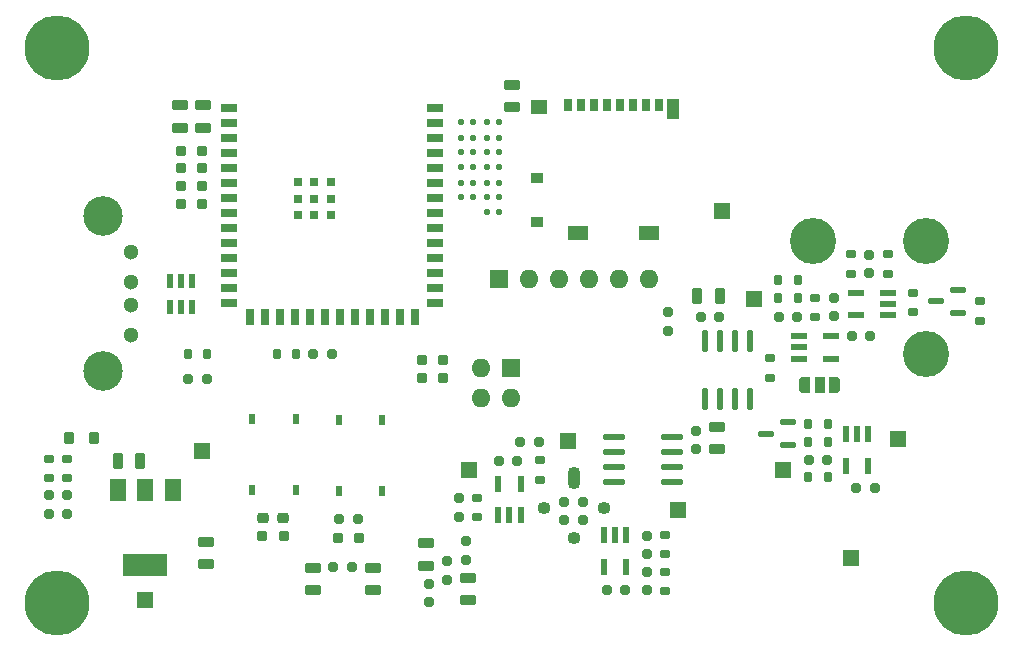
<source format=gbr>
%TF.GenerationSoftware,KiCad,Pcbnew,(6.0.9)*%
%TF.CreationDate,2023-03-08T12:20:49+02:00*%
%TF.ProjectId,GMWPY,474d5750-592e-46b6-9963-61645f706362,rev?*%
%TF.SameCoordinates,Original*%
%TF.FileFunction,Soldermask,Top*%
%TF.FilePolarity,Negative*%
%FSLAX46Y46*%
G04 Gerber Fmt 4.6, Leading zero omitted, Abs format (unit mm)*
G04 Created by KiCad (PCBNEW (6.0.9)) date 2023-03-08 12:20:49*
%MOMM*%
%LPD*%
G01*
G04 APERTURE LIST*
G04 Aperture macros list*
%AMRoundRect*
0 Rectangle with rounded corners*
0 $1 Rounding radius*
0 $2 $3 $4 $5 $6 $7 $8 $9 X,Y pos of 4 corners*
0 Add a 4 corners polygon primitive as box body*
4,1,4,$2,$3,$4,$5,$6,$7,$8,$9,$2,$3,0*
0 Add four circle primitives for the rounded corners*
1,1,$1+$1,$2,$3*
1,1,$1+$1,$4,$5*
1,1,$1+$1,$6,$7*
1,1,$1+$1,$8,$9*
0 Add four rect primitives between the rounded corners*
20,1,$1+$1,$2,$3,$4,$5,0*
20,1,$1+$1,$4,$5,$6,$7,0*
20,1,$1+$1,$6,$7,$8,$9,0*
20,1,$1+$1,$8,$9,$2,$3,0*%
%AMFreePoly0*
4,1,22,0.500000,-0.700000,0.012584,-0.700000,0.000916,-0.695041,-0.071867,-0.693707,-0.193510,-0.655704,-0.299600,-0.585084,-0.381604,-0.487528,-0.432932,-0.370876,-0.449586,-0.243517,-0.450000,-0.242798,-0.450000,0.247982,-0.449164,0.250000,-0.449502,0.255197,-0.429848,0.381420,-0.375688,0.496779,-0.291323,0.592304,-0.183541,0.660310,-0.061003,0.695331,-0.000306,0.694960,0.012075,0.700000,
0.500000,0.700000,0.500000,-0.700000,0.500000,-0.700000,$1*%
%AMFreePoly1*
4,1,20,-0.000305,0.694960,0.066438,0.694553,0.188542,0.658036,0.295483,0.588720,0.378674,0.492172,0.431423,0.376157,0.450000,0.246438,0.450000,-0.249718,0.449902,-0.257736,0.428212,-0.386659,0.372645,-0.501350,0.287118,-0.595839,0.178514,-0.662521,0.055560,-0.696043,0.000916,-0.695041,-0.011705,-0.700000,-0.500000,-0.700000,-0.500000,0.700000,-0.012368,0.700000,-0.000305,0.694960,
-0.000305,0.694960,$1*%
G04 Aperture macros list end*
%ADD10RoundRect,0.150000X0.200000X0.275000X-0.200000X0.275000X-0.200000X-0.275000X0.200000X-0.275000X0*%
%ADD11RoundRect,0.168750X0.218750X0.256250X-0.218750X0.256250X-0.218750X-0.256250X0.218750X-0.256250X0*%
%ADD12RoundRect,0.187500X0.250000X0.237500X-0.250000X0.237500X-0.250000X-0.237500X0.250000X-0.237500X0*%
%ADD13RoundRect,0.175000X-0.225000X-0.250000X0.225000X-0.250000X0.225000X0.250000X-0.225000X0.250000X0*%
%ADD14RoundRect,0.085000X0.135000X0.185000X-0.135000X0.185000X-0.135000X-0.185000X0.135000X-0.185000X0*%
%ADD15RoundRect,0.150000X0.275000X-0.200000X0.275000X0.200000X-0.275000X0.200000X-0.275000X-0.200000X0*%
%ADD16RoundRect,0.200000X-0.475000X0.250000X-0.475000X-0.250000X0.475000X-0.250000X0.475000X0.250000X0*%
%ADD17RoundRect,0.175000X-0.250000X0.225000X-0.250000X-0.225000X0.250000X-0.225000X0.250000X0.225000X0*%
%ADD18R,0.550000X1.460000*%
%ADD19RoundRect,0.168750X0.256250X-0.218750X0.256250X0.218750X-0.256250X0.218750X-0.256250X-0.218750X0*%
%ADD20R,1.460000X0.550000*%
%ADD21R,1.400000X1.900000*%
%ADD22R,3.700000X1.900000*%
%ADD23RoundRect,0.150000X-0.275000X0.200000X-0.275000X-0.200000X0.275000X-0.200000X0.275000X0.200000X0*%
%ADD24RoundRect,0.187500X-0.250000X-0.237500X0.250000X-0.237500X0.250000X0.237500X-0.250000X0.237500X0*%
%ADD25R,1.400000X1.400000*%
%ADD26RoundRect,0.100000X0.150000X-0.512500X0.150000X0.512500X-0.150000X0.512500X-0.150000X-0.512500X0*%
%ADD27RoundRect,0.085000X-0.135000X-0.185000X0.135000X-0.185000X0.135000X0.185000X-0.135000X0.185000X0*%
%ADD28RoundRect,0.150000X-0.200000X-0.275000X0.200000X-0.275000X0.200000X0.275000X-0.200000X0.275000X0*%
%ADD29RoundRect,0.200000X0.475000X-0.250000X0.475000X0.250000X-0.475000X0.250000X-0.475000X-0.250000X0*%
%ADD30RoundRect,0.175000X0.250000X-0.225000X0.250000X0.225000X-0.250000X0.225000X-0.250000X-0.225000X0*%
%ADD31RoundRect,0.175000X0.225000X0.250000X-0.225000X0.250000X-0.225000X-0.250000X0.225000X-0.250000X0*%
%ADD32R,1.600000X1.600000*%
%ADD33O,1.600000X1.600000*%
%ADD34C,3.500000*%
%ADD35C,5.500000*%
%ADD36C,1.300000*%
%ADD37C,3.350000*%
%ADD38R,1.400000X0.800000*%
%ADD39R,0.800000X1.400000*%
%ADD40R,0.800000X0.800000*%
%ADD41RoundRect,0.100000X0.587500X0.150000X-0.587500X0.150000X-0.587500X-0.150000X0.587500X-0.150000X0*%
%ADD42R,0.750000X1.000000*%
%ADD43R,0.650000X1.000000*%
%ADD44R,1.100000X0.900000*%
%ADD45R,1.800000X1.250000*%
%ADD46R,1.070000X1.700000*%
%ADD47R,1.450000X1.250000*%
%ADD48RoundRect,0.100000X-0.150000X0.825000X-0.150000X-0.825000X0.150000X-0.825000X0.150000X0.825000X0*%
%ADD49FreePoly0,180.000000*%
%ADD50R,0.900000X1.400000*%
%ADD51FreePoly1,180.000000*%
%ADD52RoundRect,0.200000X0.250000X0.475000X-0.250000X0.475000X-0.250000X-0.475000X0.250000X-0.475000X0*%
%ADD53RoundRect,0.200000X-0.250000X-0.475000X0.250000X-0.475000X0.250000X0.475000X-0.250000X0.475000X0*%
%ADD54RoundRect,0.168750X0.218750X0.381250X-0.218750X0.381250X-0.218750X-0.381250X0.218750X-0.381250X0*%
%ADD55RoundRect,0.100000X0.825000X0.150000X-0.825000X0.150000X-0.825000X-0.150000X0.825000X-0.150000X0*%
%ADD56RoundRect,0.187500X-0.300000X-0.237500X0.300000X-0.237500X0.300000X0.237500X-0.300000X0.237500X0*%
%ADD57R,0.600000X0.900000*%
%ADD58C,3.900000*%
%ADD59O,1.100000X1.900000*%
%ADD60O,1.100000X1.100000*%
G04 APERTURE END LIST*
D10*
%TO.C,R38*%
X66725000Y-79950000D03*
X65075000Y-79950000D03*
%TD*%
D11*
%TO.C,D4*%
X66687500Y-82000000D03*
X65112500Y-82000000D03*
%TD*%
D12*
%TO.C,R37*%
X86712500Y-80410000D03*
X84887500Y-80410000D03*
%TD*%
%TO.C,R36*%
X86712500Y-81950000D03*
X84887500Y-81950000D03*
%TD*%
D13*
%TO.C,C29*%
X77925000Y-93900000D03*
X79475000Y-93900000D03*
%TD*%
D14*
%TO.C,R28*%
X89220000Y-66600000D03*
X88200000Y-66600000D03*
%TD*%
D15*
%TO.C,R8*%
X118185000Y-76790000D03*
X118185000Y-75140000D03*
%TD*%
D16*
%TO.C,C7*%
X80750000Y-98000000D03*
X80750000Y-99900000D03*
%TD*%
D12*
%TO.C,R15*%
X79612500Y-95500000D03*
X77787500Y-95500000D03*
%TD*%
D17*
%TO.C,C13*%
X108110000Y-86435000D03*
X108110000Y-87985000D03*
%TD*%
D18*
%TO.C,U12*%
X122710000Y-86715000D03*
X121760000Y-86715000D03*
X120810000Y-86715000D03*
X120810000Y-89415000D03*
X122710000Y-89415000D03*
%TD*%
D19*
%TO.C,D1*%
X54850000Y-93437500D03*
X54850000Y-91862500D03*
%TD*%
D20*
%TO.C,U10*%
X116835000Y-78415000D03*
X116835000Y-79365000D03*
X116835000Y-80315000D03*
X119535000Y-80315000D03*
X119535000Y-78415000D03*
%TD*%
D21*
%TO.C,U1*%
X63800000Y-91450000D03*
D22*
X61500000Y-97750000D03*
D21*
X61500000Y-91450000D03*
X59200000Y-91450000D03*
%TD*%
D23*
%TO.C,R10*%
X126485000Y-74740000D03*
X126485000Y-76390000D03*
%TD*%
D24*
%TO.C,R16*%
X64487500Y-67190000D03*
X66312500Y-67190000D03*
%TD*%
D25*
%TO.C,TP6*%
X115460000Y-89765000D03*
%TD*%
D24*
%TO.C,R18*%
X64487500Y-62700000D03*
X66312500Y-62700000D03*
%TD*%
D20*
%TO.C,U11*%
X124335000Y-76615000D03*
X124335000Y-75665000D03*
X124335000Y-74715000D03*
X121635000Y-74715000D03*
X121635000Y-76615000D03*
%TD*%
D26*
%TO.C,U2*%
X63550000Y-75975000D03*
X64500000Y-75975000D03*
X65450000Y-75975000D03*
X65450000Y-73700000D03*
X64500000Y-73700000D03*
X63550000Y-73700000D03*
%TD*%
D10*
%TO.C,R12*%
X119285000Y-87365000D03*
X117635000Y-87365000D03*
%TD*%
D25*
%TO.C,TP7*%
X125200000Y-87150000D03*
%TD*%
D19*
%TO.C,L1*%
X87050000Y-99012500D03*
X87050000Y-97437500D03*
%TD*%
D11*
%TO.C,D3*%
X77287500Y-79950000D03*
X75712500Y-79950000D03*
%TD*%
D27*
%TO.C,R23*%
X90390000Y-61600000D03*
X91410000Y-61600000D03*
%TD*%
D16*
%TO.C,C33*%
X92500000Y-57100000D03*
X92500000Y-59000000D03*
%TD*%
D27*
%TO.C,R22*%
X90390000Y-60300000D03*
X91410000Y-60300000D03*
%TD*%
D23*
%TO.C,R33*%
X54870000Y-88775000D03*
X54870000Y-90425000D03*
%TD*%
D25*
%TO.C,TP4*%
X97310000Y-87310000D03*
%TD*%
D28*
%TO.C,R35*%
X72625000Y-79950000D03*
X74275000Y-79950000D03*
%TD*%
D17*
%TO.C,C16*%
X103960000Y-98385000D03*
X103960000Y-99935000D03*
%TD*%
D14*
%TO.C,R27*%
X89220000Y-65400000D03*
X88200000Y-65400000D03*
%TD*%
D23*
%TO.C,R34*%
X53310000Y-88775000D03*
X53310000Y-90425000D03*
%TD*%
D29*
%TO.C,C31*%
X64400000Y-60750000D03*
X64400000Y-58850000D03*
%TD*%
D30*
%TO.C,C23*%
X122800000Y-73075000D03*
X122800000Y-71525000D03*
%TD*%
D25*
%TO.C,TP1*%
X61500000Y-100750000D03*
%TD*%
%TO.C,TP5*%
X112985000Y-75265000D03*
%TD*%
D17*
%TO.C,C9*%
X98510000Y-92435000D03*
X98510000Y-93985000D03*
%TD*%
%TO.C,C25*%
X119785000Y-75190000D03*
X119785000Y-76740000D03*
%TD*%
D10*
%TO.C,R13*%
X119285000Y-85865000D03*
X117635000Y-85865000D03*
%TD*%
D27*
%TO.C,R25*%
X90390000Y-64100000D03*
X91410000Y-64100000D03*
%TD*%
D31*
%TO.C,C24*%
X122860000Y-78365000D03*
X121310000Y-78365000D03*
%TD*%
D14*
%TO.C,R32*%
X89220000Y-64100000D03*
X88200000Y-64100000D03*
%TD*%
D32*
%TO.C,J3*%
X91400000Y-73550000D03*
D33*
X93940000Y-73550000D03*
X96480000Y-73550000D03*
X99020000Y-73550000D03*
X101560000Y-73550000D03*
X104100000Y-73550000D03*
%TD*%
D25*
%TO.C,TP9*%
X110300000Y-67800000D03*
%TD*%
D11*
%TO.C,L2*%
X78987500Y-97950000D03*
X77412500Y-97950000D03*
%TD*%
D16*
%TO.C,C6*%
X85250000Y-95925000D03*
X85250000Y-97825000D03*
%TD*%
D30*
%TO.C,C19*%
X88050000Y-93685000D03*
X88050000Y-92135000D03*
%TD*%
D17*
%TO.C,C10*%
X96910000Y-92435000D03*
X96910000Y-93985000D03*
%TD*%
D29*
%TO.C,C3*%
X88850000Y-100775000D03*
X88850000Y-98875000D03*
%TD*%
D15*
%TO.C,R9*%
X114400000Y-81925000D03*
X114400000Y-80275000D03*
%TD*%
D16*
%TO.C,C8*%
X75650000Y-98000000D03*
X75650000Y-99900000D03*
%TD*%
D34*
%TO.C,H3*%
X131000000Y-101000000D03*
D35*
X131000000Y-101000000D03*
%TD*%
D29*
%TO.C,C32*%
X66400000Y-60750000D03*
X66400000Y-58850000D03*
%TD*%
D28*
%TO.C,RG2*%
X115060000Y-75200000D03*
X116710000Y-75200000D03*
%TD*%
D31*
%TO.C,C27*%
X119235000Y-88865000D03*
X117685000Y-88865000D03*
%TD*%
D23*
%TO.C,R6*%
X121250000Y-71475000D03*
X121250000Y-73125000D03*
%TD*%
D14*
%TO.C,R30*%
X89220000Y-61590000D03*
X88200000Y-61590000D03*
%TD*%
D17*
%TO.C,C15*%
X105725000Y-76400000D03*
X105725000Y-77950000D03*
%TD*%
D36*
%TO.C,J1*%
X60300000Y-71300000D03*
X60300000Y-73800000D03*
X60300000Y-75800000D03*
X60300000Y-78300000D03*
D37*
X57900000Y-68230000D03*
X57900000Y-81370000D03*
%TD*%
D38*
%TO.C,U14*%
X68550000Y-59060000D03*
X68550000Y-60330000D03*
X68550000Y-61600000D03*
X68550000Y-62870000D03*
X68550000Y-64140000D03*
X68550000Y-65410000D03*
X68550000Y-66680000D03*
X68550000Y-67950000D03*
X68550000Y-69220000D03*
X68550000Y-70490000D03*
X68550000Y-71760000D03*
X68550000Y-73030000D03*
X68550000Y-74300000D03*
X68550000Y-75570000D03*
D39*
X70315000Y-76820000D03*
X71585000Y-76820000D03*
X72855000Y-76820000D03*
X74125000Y-76820000D03*
X75395000Y-76820000D03*
X76665000Y-76820000D03*
X77935000Y-76820000D03*
X79205000Y-76820000D03*
X80475000Y-76820000D03*
X81745000Y-76820000D03*
X83015000Y-76820000D03*
X84285000Y-76820000D03*
D38*
X86050000Y-75570000D03*
X86050000Y-74300000D03*
X86050000Y-73030000D03*
X86050000Y-71760000D03*
X86050000Y-70490000D03*
X86050000Y-69220000D03*
X86050000Y-67950000D03*
X86050000Y-66680000D03*
X86050000Y-65410000D03*
X86050000Y-64140000D03*
X86050000Y-62870000D03*
X86050000Y-61600000D03*
X86050000Y-60330000D03*
X86050000Y-59060000D03*
D40*
X75800000Y-65380000D03*
X75800000Y-66780000D03*
X77200000Y-68180000D03*
X74400000Y-65380000D03*
X75800000Y-68180000D03*
X74400000Y-66780000D03*
X74400000Y-68180000D03*
X77200000Y-66780000D03*
X77200000Y-65380000D03*
%TD*%
D18*
%TO.C,U6*%
X91360000Y-93585000D03*
X92310000Y-93585000D03*
X93260000Y-93585000D03*
X93260000Y-90885000D03*
X91360000Y-90885000D03*
%TD*%
D15*
%TO.C,R7*%
X124350000Y-73125000D03*
X124350000Y-71475000D03*
%TD*%
D13*
%TO.C,C21*%
X108510000Y-76765000D03*
X110060000Y-76765000D03*
%TD*%
D23*
%TO.C,R3*%
X105460000Y-95235000D03*
X105460000Y-96885000D03*
%TD*%
D29*
%TO.C,C2*%
X66600000Y-97700000D03*
X66600000Y-95800000D03*
%TD*%
D41*
%TO.C,U13*%
X115897500Y-87615000D03*
X115897500Y-85715000D03*
X114022500Y-86665000D03*
%TD*%
D42*
%TO.C,J4*%
X97295000Y-58850000D03*
X98395000Y-58850000D03*
X99495000Y-58850000D03*
X100595000Y-58850000D03*
X101695000Y-58850000D03*
X102795000Y-58850000D03*
X103895000Y-58850000D03*
D43*
X104945000Y-58850000D03*
D44*
X94660000Y-65000000D03*
X94660000Y-68700000D03*
D45*
X98160000Y-69675000D03*
D46*
X106155000Y-59200000D03*
D47*
X94835000Y-58975000D03*
D45*
X104130000Y-69675000D03*
%TD*%
D17*
%TO.C,C17*%
X103960000Y-95310000D03*
X103960000Y-96860000D03*
%TD*%
D15*
%TO.C,R4*%
X89610000Y-93735000D03*
X89610000Y-92085000D03*
%TD*%
D14*
%TO.C,R29*%
X89220000Y-60300000D03*
X88200000Y-60300000D03*
%TD*%
D25*
%TO.C,TP8*%
X66250000Y-88100000D03*
%TD*%
D30*
%TO.C,C5*%
X88650000Y-97325000D03*
X88650000Y-95775000D03*
%TD*%
D48*
%TO.C,U8*%
X112690000Y-78790000D03*
X111420000Y-78790000D03*
X110150000Y-78790000D03*
X108880000Y-78790000D03*
X108880000Y-83740000D03*
X110150000Y-83740000D03*
X111420000Y-83740000D03*
X112690000Y-83740000D03*
%TD*%
D25*
%TO.C,TP2*%
X88885000Y-89715000D03*
%TD*%
D49*
%TO.C,JP2*%
X119900000Y-82500000D03*
D50*
X118600000Y-82500000D03*
D51*
X117300000Y-82500000D03*
%TD*%
D24*
%TO.C,R14*%
X71387500Y-95350000D03*
X73212500Y-95350000D03*
%TD*%
D18*
%TO.C,U4*%
X102210000Y-95210000D03*
X101260000Y-95210000D03*
X100310000Y-95210000D03*
X100310000Y-97910000D03*
X102210000Y-97910000D03*
%TD*%
D24*
%TO.C,R19*%
X64487500Y-64200000D03*
X66312500Y-64200000D03*
%TD*%
D52*
%TO.C,C20*%
X110135000Y-74965000D03*
X108235000Y-74965000D03*
%TD*%
D35*
%TO.C,H2*%
X131000000Y-54000000D03*
D34*
X131000000Y-54000000D03*
%TD*%
D53*
%TO.C,C1*%
X59150000Y-88950000D03*
X61050000Y-88950000D03*
%TD*%
D28*
%TO.C,RG1*%
X115060000Y-73650000D03*
X116710000Y-73650000D03*
%TD*%
D14*
%TO.C,R31*%
X89220000Y-62800000D03*
X88200000Y-62800000D03*
%TD*%
D15*
%TO.C,R5*%
X132185000Y-77090000D03*
X132185000Y-75440000D03*
%TD*%
D35*
%TO.C,H4*%
X54000000Y-101000000D03*
D34*
X54000000Y-101000000D03*
%TD*%
D23*
%TO.C,R2*%
X94910000Y-88910000D03*
X94910000Y-90560000D03*
%TD*%
D13*
%TO.C,C18*%
X93235000Y-87335000D03*
X94785000Y-87335000D03*
%TD*%
D54*
%TO.C,FB1*%
X57112500Y-87050000D03*
X54987500Y-87050000D03*
%TD*%
D15*
%TO.C,R1*%
X105460000Y-99985000D03*
X105460000Y-98335000D03*
%TD*%
D27*
%TO.C,R20*%
X90390000Y-65400000D03*
X91410000Y-65400000D03*
%TD*%
D55*
%TO.C,U5*%
X106085000Y-90715000D03*
X106085000Y-89445000D03*
X106085000Y-88175000D03*
X106085000Y-86905000D03*
X101135000Y-86905000D03*
X101135000Y-88175000D03*
X101135000Y-89445000D03*
X101135000Y-90715000D03*
%TD*%
D29*
%TO.C,C12*%
X109910000Y-87960000D03*
X109910000Y-86060000D03*
%TD*%
D56*
%TO.C,C28*%
X71437500Y-93800000D03*
X73162500Y-93800000D03*
%TD*%
D13*
%TO.C,C22*%
X115110000Y-76750000D03*
X116660000Y-76750000D03*
%TD*%
%TO.C,C26*%
X121685000Y-91265000D03*
X123235000Y-91265000D03*
%TD*%
D27*
%TO.C,R21*%
X90390000Y-66600000D03*
X91410000Y-66600000D03*
%TD*%
D25*
%TO.C,TP10*%
X121250000Y-97200000D03*
%TD*%
D57*
%TO.C,SW1*%
X74250000Y-91450000D03*
X74250000Y-85450000D03*
X70550000Y-85450000D03*
X70550000Y-91450000D03*
%TD*%
D35*
%TO.C,H1*%
X54000000Y-54000000D03*
D34*
X54000000Y-54000000D03*
%TD*%
D24*
%TO.C,R17*%
X64487500Y-65700000D03*
X66312500Y-65700000D03*
%TD*%
D41*
%TO.C,Q1*%
X130322500Y-76415000D03*
X130322500Y-74515000D03*
X128447500Y-75465000D03*
%TD*%
D57*
%TO.C,SW2*%
X81550000Y-85500000D03*
X81550000Y-91500000D03*
X77850000Y-91500000D03*
X77850000Y-85500000D03*
%TD*%
D17*
%TO.C,C4*%
X85500000Y-99350000D03*
X85500000Y-100900000D03*
%TD*%
D27*
%TO.C,R26*%
X90390000Y-67900000D03*
X91410000Y-67900000D03*
%TD*%
D10*
%TO.C,R11*%
X119285000Y-90365000D03*
X117635000Y-90365000D03*
%TD*%
D27*
%TO.C,R24*%
X90390000Y-62800000D03*
X91410000Y-62800000D03*
%TD*%
D31*
%TO.C,C14*%
X92985000Y-88935000D03*
X91435000Y-88935000D03*
%TD*%
D19*
%TO.C,D2*%
X53300000Y-93437500D03*
X53300000Y-91862500D03*
%TD*%
D25*
%TO.C,TP3*%
X106550000Y-93150000D03*
%TD*%
D13*
%TO.C,C11*%
X100560000Y-99860000D03*
X102110000Y-99860000D03*
%TD*%
D58*
%TO.C,U9*%
X127557971Y-79937971D03*
X127557971Y-70392029D03*
X118012029Y-70392029D03*
%TD*%
D32*
%TO.C,J2*%
X92425000Y-81125000D03*
D33*
X89885000Y-81125000D03*
X92425000Y-83665000D03*
X89885000Y-83665000D03*
%TD*%
D59*
%TO.C,U3*%
X97785000Y-90420000D03*
D60*
X100325000Y-92960000D03*
X97785000Y-95500000D03*
X95245000Y-92960000D03*
%TD*%
M02*

</source>
